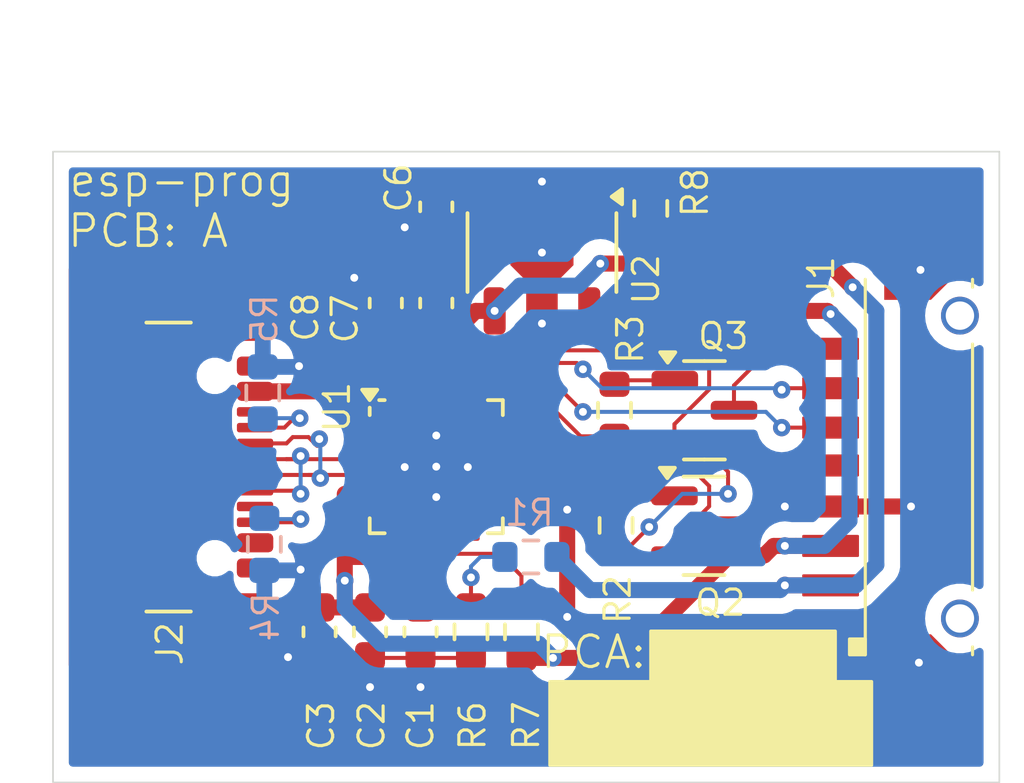
<source format=kicad_pcb>
(kicad_pcb (version 20240108) (generator "pcbnew") (generator_version "8.0")
  (title_block (title "ESP32-C6-DevKitC-1 Servo Hat"))
  (layers (0 "F.Cu" signal) (31 "B.Cu" signal) (34 "B.Paste" user) (35 "F.Paste" user) (36 "B.SilkS" user "B.Silkscreen") (37 "F.SilkS" user "F.Silkscreen") (38 "B.Mask" user) (39 "F.Mask" user) (44 "Edge.Cuts" user))
  (net 0 "")
  (net 1 "GND")
  (net 5 "Net-(Q2-B)")
  (net 6 "/ESP_EN")
  (net 7 "/RTS")
  (net 8 "Net-(Q3-B)")
  (net 9 "/DTR")
  (net 10 "/ESP_GPIO9")
  (net 11 "+5v0")
  (net 12 "Net-(U1-VBUS)")
  (net 13 "Net-(J2-CC2)")
  (net 14 "Net-(J2-CC1)")
  (net 15 "Net-(U1-~{RST})")
  (net 16 "+3v3")
  (net 26 "/ESP_RXD")
  (net 27 "Net-(U1-D-)")
  (net 29 "/ESP_TXD")
  (net 31 "Net-(U1-D+)")
  (net 32 "/J1_shield")
  (net 33 "Net-(U2-SSC)")
  (net 34 "Net-(U2-EN)")
  (footprint "HVAC:Hirose_DF13-7P-1.25V" (layer "F.Cu") (at 47.45 30 90)
    (property "Reference" "J1" (at 6 -3.1 90) (layer "F.SilkS") (effects (font (size 0.8 0.8) (thickness 0.1))))
    (property "Value" "~")
    (fp_line (start -5.95 -1.7) (end 5.95 -1.7) (stroke (width 0.1)) (layer "F.SilkS"))
    (fp_line (start 5.7 1.7) (end 5.95 1.7) (stroke (width 0.1)) (layer "F.SilkS"))
    (fp_line (start -3.9 1.7) (end 3.9 1.7) (stroke (width 0.1)) (layer "F.SilkS"))
    (fp_line (start -5.95 1.7) (end -5.7 1.7) (stroke (width 0.1)) (layer "F.SilkS"))
    (fp_rect (start -5.95 -2.2) (end -5.45 -1.7) (stroke (width 0.1)) (fill solid) (layer "F.SilkS"))
    (pad "" thru_hole circle (at -4.8 1.3 90) (size 1.2 1.2) (drill 0.9) (layers "*.Cu" "*.Mask"))
    (pad "" thru_hole circle (at 4.8 1.3 90) (size 1.2 1.2) (drill 0.9) (layers "*.Cu" "*.Mask"))
    (pad "1" smd roundrect (at -3.75 -2.8 90) (size 0.7 1.8) (layers "F.Cu" "F.Paste" "F.Mask") (roundrect_rratio 0.05) (net 11 "+5v0"))
    (pad "2" smd roundrect (at -2.5 -2.8 90) (size 0.7 1.8) (layers "F.Cu" "F.Paste" "F.Mask") (roundrect_rratio 0.05) (net 16 "+3v3"))
    (pad "3" smd roundrect (at -1.25 -2.8 90) (size 0.7 1.8) (layers "F.Cu" "F.Paste" "F.Mask") (roundrect_rratio 0.05) (net 1 "GND"))
    (pad "4" smd roundrect (at 0.05 -2.8 90) (size 0.7 1.8) (layers "F.Cu" "F.Paste" "F.Mask") (roundrect_rratio 0.05) (net 6 "/ESP_EN"))
    (pad "5" smd roundrect (at 1.25 -2.8 90) (size 0.7 1.8) (layers "F.Cu" "F.Paste" "F.Mask") (roundrect_rratio 0.05) (net 29 "/ESP_TXD"))
    (pad "6" smd roundrect (at 2.5 -2.8 90) (size 0.7 1.8) (layers "F.Cu" "F.Paste" "F.Mask") (roundrect_rratio 0.05) (net 26 "/ESP_RXD"))
    (pad "7" smd roundrect (at 3.75 -2.8 90) (size 0.7 1.8) (layers "F.Cu" "F.Paste" "F.Mask") (roundrect_rratio 0.05) (net 10 "/ESP_GPIO9"))
    (pad "M" smd roundrect (at -6.2 0 90) (size 1.8 2.2) (layers "F.Cu" "F.Paste" "F.Mask") (roundrect_rratio 0) (chamfer_ratio 0.4) (chamfer bottom_right) (net 1 "GND"))
    (pad "M" smd roundrect (at 6.2 0 90) (size 1.8 2.2) (layers "F.Cu" "F.Paste" "F.Mask") (roundrect_rratio 0) (chamfer_ratio 0.4) (chamfer bottom_left) (net 1 "GND"))
  )
  (footprint "Package_DFN_QFN:QFN-24-1EP_4x4mm_P0.5mm_EP2.6x2.6mm" (layer "F.Cu") (at 32.15 29.9875)
    (property "Reference" "U1" (at -3.15 -1.8875 -90) (layer "F.SilkS") (effects (font (size 0.8 0.8) (thickness 0.1))))
    (property "Value" "CP2102N-Axx-xQFN24")
    (fp_line (start -2.11 -1.635) (end -2.11 -1.87) (stroke (width 0.12)) (layer "F.SilkS"))
    (fp_line (start -2.11 2.11) (end -2.11 1.635) (stroke (width 0.12)) (layer "F.SilkS"))
    (fp_line (start -1.635 -2.11) (end -1.81 -2.11) (stroke (width 0.12)) (layer "F.SilkS"))
    (fp_line (start -1.635 2.11) (end -2.11 2.11) (stroke (width 0.12)) (layer "F.SilkS"))
    (fp_line (start 1.635 -2.11) (end 2.11 -2.11) (stroke (width 0.12)) (layer "F.SilkS"))
    (fp_line (start 1.635 2.11) (end 2.11 2.11) (stroke (width 0.12)) (layer "F.SilkS"))
    (fp_line (start 2.11 -2.11) (end 2.11 -1.635) (stroke (width 0.12)) (layer "F.SilkS"))
    (fp_line (start 2.11 2.11) (end 2.11 1.635) (stroke (width 0.12)) (layer "F.SilkS"))
    (fp_poly (pts (xy -2.11 -2.11) (xy -2.35 -2.44) (xy -1.87 -2.44) (xy -2.11 -2.11)) (stroke (width 0.12)) (fill solid) (layer "F.SilkS"))
    (pad "1" smd roundrect (at -1.9375 -1.25) (size 0.825 0.25) (layers "F.Cu" "F.Paste" "F.Mask"))
    (pad "2" smd roundrect (at -1.9375 -0.75) (size 0.825 0.25) (layers "F.Cu" "F.Paste" "F.Mask") (net 1 "GND"))
    (pad "3" smd roundrect (at -1.9375 -0.25) (size 0.825 0.25) (layers "F.Cu" "F.Paste" "F.Mask") (net 31 "Net-(U1-D+)"))
    (pad "4" smd roundrect (at -1.9375 0.25) (size 0.825 0.25) (layers "F.Cu" "F.Paste" "F.Mask") (net 27 "Net-(U1-D-)"))
    (pad "5" smd roundrect (at -1.9375 0.75) (size 0.825 0.25) (layers "F.Cu" "F.Paste" "F.Mask") (net 16 "+3v3"))
    (pad "6" smd roundrect (at -1.9375 1.25) (size 0.825 0.25) (layers "F.Cu" "F.Paste" "F.Mask") (net 16 "+3v3"))
    (pad "7" smd roundrect (at -1.25 1.9375) (size 0.25 0.825) (layers "F.Cu" "F.Paste" "F.Mask") (net 16 "+3v3"))
    (pad "8" smd roundrect (at -0.75 1.9375) (size 0.25 0.825) (layers "F.Cu" "F.Paste" "F.Mask") (net 12 "Net-(U1-VBUS)"))
    (pad "9" smd roundrect (at -0.25 1.9375) (size 0.25 0.825) (layers "F.Cu" "F.Paste" "F.Mask") (net 15 "Net-(U1-~{RST})"))
    (pad "10" smd roundrect (at 0.25 1.9375) (size 0.25 0.825) (layers "F.Cu" "F.Paste" "F.Mask"))
    (pad "11" smd roundrect (at 0.75 1.9375) (size 0.25 0.825) (layers "F.Cu" "F.Paste" "F.Mask"))
    (pad "12" smd roundrect (at 1.25 1.9375) (size 0.25 0.825) (layers "F.Cu" "F.Paste" "F.Mask"))
    (pad "13" smd roundrect (at 1.9375 1.25) (size 0.825 0.25) (layers "F.Cu" "F.Paste" "F.Mask"))
    (pad "14" smd roundrect (at 1.9375 0.75) (size 0.825 0.25) (layers "F.Cu" "F.Paste" "F.Mask"))
    (pad "15" smd roundrect (at 1.9375 0.25) (size 0.825 0.25) (layers "F.Cu" "F.Paste" "F.Mask"))
    (pad "16" smd roundrect (at 1.9375 -0.25) (size 0.825 0.25) (layers "F.Cu" "F.Paste" "F.Mask"))
    (pad "17" smd roundrect (at 1.9375 -0.75) (size 0.825 0.25) (layers "F.Cu" "F.Paste" "F.Mask"))
    (pad "18" smd roundrect (at 1.9375 -1.25) (size 0.825 0.25) (layers "F.Cu" "F.Paste" "F.Mask"))
    (pad "19" smd roundrect (at 1.25 -1.9375) (size 0.25 0.825) (layers "F.Cu" "F.Paste" "F.Mask") (net 7 "/RTS"))
    (pad "20" smd roundrect (at 0.75 -1.9375) (size 0.25 0.825) (layers "F.Cu" "F.Paste" "F.Mask") (net 29 "/ESP_TXD"))
    (pad "21" smd roundrect (at 0.25 -1.9375) (size 0.25 0.825) (layers "F.Cu" "F.Paste" "F.Mask") (net 26 "/ESP_RXD"))
    (pad "22" smd roundrect (at -0.25 -1.9375) (size 0.25 0.825) (layers "F.Cu" "F.Paste" "F.Mask"))
    (pad "23" smd roundrect (at -0.75 -1.9375) (size 0.25 0.825) (layers "F.Cu" "F.Paste" "F.Mask") (net 9 "/DTR"))
    (pad "24" smd roundrect (at -1.25 -1.9375) (size 0.25 0.825) (layers "F.Cu" "F.Paste" "F.Mask"))
    (pad "25" smd rect (at 0 0) (size 2.6 2.6) (property pad_prop_heatsink) (layers "F.Cu" "F.Mask") (net 1 "GND"))
  )
  (footprint "Capacitor_SMD:C_0603_1608Metric" (layer "F.Cu") (at 28.45 35.225 -90)
    (property "Reference" "C3" (at 2.975 -0.05 90) (layer "F.SilkS") (effects (font (size 0.8 0.8) (thickness 0.1))))
    (property "Value" "0.1u	")
    (fp_line (start -0.14058 0.51) (end 0.14058 0.51) (stroke (width 0.12)) (layer "F.SilkS"))
    (fp_line (start -0.14058 -0.51) (end 0.14058 -0.51) (stroke (width 0.12)) (layer "F.SilkS"))
    (pad "1" smd roundrect (at -0.775 0 270) (size 0.9 0.95) (layers "F.Cu" "F.Paste" "F.Mask") (net 16 "+3v3"))
    (pad "2" smd roundrect (at 0.775 0 270) (size 0.9 0.95) (layers "F.Cu" "F.Paste" "F.Mask") (net 1 "GND"))
  )
  (footprint "Capacitor_SMD:C_0603_1608Metric" (layer "F.Cu") (at 32.15 21.75 -90)
    (property "Reference" "C6" (at -0.6 1.2 90) (layer "F.SilkS") (effects (font (size 0.8 0.8) (thickness 0.1))))
    (property "Value" "DNP")
    (fp_line (start -0.14058 0.51) (end 0.14058 0.51) (stroke (width 0.12)) (layer "F.SilkS"))
    (fp_line (start -0.14058 -0.51) (end 0.14058 -0.51) (stroke (width 0.12)) (layer "F.SilkS"))
    (pad "1" smd roundrect (at -0.775 0 270) (size 0.9 0.95) (layers "F.Cu" "F.Paste" "F.Mask") (net 33 "Net-(U2-SSC)"))
    (pad "2" smd roundrect (at 0.775 0 270) (size 0.9 0.95) (layers "F.Cu" "F.Paste" "F.Mask") (net 1 "GND"))
  )
  (footprint "Resistor_SMD:R_0603_1608Metric" (layer "F.Cu") (at 34.85 35.225 90)
    (property "Reference" "R7" (at -2.975 0.15 90) (layer "F.SilkS") (effects (font (size 0.8 0.8) (thickness 0.1))))
    (property "Value" "1K0")
    (fp_line (start -0.237258 -0.5225) (end 0.237258 -0.5225) (stroke (width 0.12)) (layer "F.SilkS"))
    (fp_line (start -0.237258 0.5225) (end 0.237258 0.5225) (stroke (width 0.12)) (layer "F.SilkS"))
    (pad "1" smd roundrect (at -0.825 0 90) (size 0.8 0.95) (layers "F.Cu" "F.Paste" "F.Mask") (net 16 "+3v3"))
    (pad "2" smd roundrect (at 0.825 0 90) (size 0.8 0.95) (layers "F.Cu" "F.Paste" "F.Mask") (net 15 "Net-(U1-~{RST})"))
  )
  (footprint "Capacitor_SMD:C_0603_1608Metric" (layer "F.Cu") (at 30.55 24.8 90)
    (property "Reference" "C8" (at -0.45 -2.55 90) (layer "F.SilkS") (effects (font (size 0.8 0.8) (thickness 0.1))))
    (property "Value" "DNP")
    (fp_line (start -0.14058 -0.51) (end 0.14058 -0.51) (stroke (width 0.12)) (layer "F.SilkS"))
    (fp_line (start -0.14058 0.51) (end 0.14058 0.51) (stroke (width 0.12)) (layer "F.SilkS"))
    (pad "1" smd roundrect (at -0.775 0 90) (size 0.9 0.95) (layers "F.Cu" "F.Paste" "F.Mask") (net 11 "+5v0"))
    (pad "2" smd roundrect (at 0.775 0 90) (size 0.9 0.95) (layers "F.Cu" "F.Paste" "F.Mask") (net 1 "GND"))
  )
  (footprint "Package_TO_SOT_SMD:SOT-23" (layer "F.Cu") (at 40.65 28.2)
    (property "Reference" "Q3" (at 0.6 -2.35 0) (layer "F.SilkS") (effects (font (size 0.8 0.8) (thickness 0.1))))
    (property "Value" "BC846")
    (fp_line (start 0 -1.56) (end -0.65 -1.56) (stroke (width 0.12)) (layer "F.SilkS"))
    (fp_line (start 0 -1.56) (end 0.65 -1.56) (stroke (width 0.12)) (layer "F.SilkS"))
    (fp_line (start 0 1.56) (end -0.65 1.56) (stroke (width 0.12)) (layer "F.SilkS"))
    (fp_line (start 0 1.56) (end 0.65 1.56) (stroke (width 0.12)) (layer "F.SilkS"))
    (fp_poly (pts (xy -1.1625 -1.51) (xy -1.4025 -1.84) (xy -0.9225 -1.84) (xy -1.1625 -1.51)) (stroke (width 0.12)) (fill solid) (layer "F.SilkS"))
    (pad "1" smd roundrect (at -0.9375 -0.95) (size 1.475 0.6) (layers "F.Cu" "F.Paste" "F.Mask") (net 8 "Net-(Q3-B)"))
    (pad "2" smd roundrect (at -0.9375 0.95) (size 1.475 0.6) (layers "F.Cu" "F.Paste" "F.Mask") (net 9 "/DTR"))
    (pad "3" smd roundrect (at 0.9375 0) (size 1.475 0.6) (layers "F.Cu" "F.Paste" "F.Mask") (net 10 "/ESP_GPIO9"))
  )
  (footprint "Resistor_SMD:R_0603_1608Metric" (layer "F.Cu") (at 37.8 28.2 -90)
    (property "Reference" "R3" (at -2.25 -0.5 90) (layer "F.SilkS") (effects (font (size 0.8 0.8) (thickness 0.1))))
    (property "Value" "10K")
    (fp_line (start -0.237258 0.5225) (end 0.237258 0.5225) (stroke (width 0.12)) (layer "F.SilkS"))
    (fp_line (start -0.237258 -0.5225) (end 0.237258 -0.5225) (stroke (width 0.12)) (layer "F.SilkS"))
    (pad "1" smd roundrect (at -0.825 0 270) (size 0.8 0.95) (layers "F.Cu" "F.Paste" "F.Mask") (net 8 "Net-(Q3-B)"))
    (pad "2" smd roundrect (at 0.825 0 270) (size 0.8 0.95) (layers "F.Cu" "F.Paste" "F.Mask") (net 7 "/RTS"))
  )
  (footprint "Resistor_SMD:R_0603_1608Metric" (layer "F.Cu") (at 37.85 31.85 -90)
    (property "Reference" "R2" (at 2.35 -0.05 90) (layer "F.SilkS") (effects (font (size 0.8 0.8) (thickness 0.1))))
    (property "Value" "10K")
    (fp_line (start -0.237258 0.5225) (end 0.237258 0.5225) (stroke (width 0.12)) (layer "F.SilkS"))
    (fp_line (start -0.237258 -0.5225) (end 0.237258 -0.5225) (stroke (width 0.12)) (layer "F.SilkS"))
    (pad "1" smd roundrect (at -0.825 0 270) (size 0.8 0.95) (layers "F.Cu" "F.Paste" "F.Mask") (net 5 "Net-(Q2-B)"))
    (pad "2" smd roundrect (at 0.825 0 270) (size 0.8 0.95) (layers "F.Cu" "F.Paste" "F.Mask") (net 9 "/DTR"))
  )
  (footprint "HVAC:SOT-89-5" (layer "F.Cu") (at 35.5 23.2 -90)
    (property "Reference" "U2" (at 0.85 -3.3 90) (layer "F.SilkS") (effects (font (size 0.8 0.8) (thickness 0.1))))
    (property "Value" "S-13A1C33-U5T1U3")
    (fp_line (start 1.25 2.36) (end -1.25 2.36) (stroke (width 0.12)) (layer "F.SilkS"))
    (fp_line (start -1.25 -2.36) (end 1.25 -2.36) (stroke (width 0.12)) (layer "F.SilkS"))
    (fp_poly (pts (xy -1.77 -2.21) (xy -2.01 -2.54) (xy -1.53 -2.54) (xy -1.77 -2.21)) (stroke (width 0.12)) (fill solid) (layer "F.SilkS"))
    (pad "1" smd roundrect (at -1.85 -1.5 270) (size 1.5 0.7) (layers "F.Cu" "F.Paste" "F.Mask") (net 34 "Net-(U2-EN)"))
    (pad "2" smd custom (at 0 0 270) (size 0.8 2) (layers "F.Cu" "F.Paste" "F.Mask") (net 1 "GND") (options (clearance outline) (anchor rect)) (primitives (gr_poly (pts (xy 0.9 -0.5) (xy 2.6 -0.5) (xy 2.6 0.5) (xy 0.9 0.5) (xy 0.4 1) (xy -0.4 1) (xy -0.9 0.5) (xy -2.6 0.5) (xy -2.6 -0.5) (xy -0.9 -0.5) (xy -0.4 -1) (xy 0.4 -1)) (width 0) (fill yes))))
    (pad "3" smd roundrect (at -1.85 1.5 270) (size 1.5 0.7) (layers "F.Cu" "F.Paste" "F.Mask") (net 33 "Net-(U2-SSC)"))
    (pad "4" smd roundrect (at 1.85 1.5 270) (size 1.5 0.7) (layers "F.Cu" "F.Paste" "F.Mask") (net 11 "+5v0"))
    (pad "5" smd roundrect (at 1.85 -1.5 270) (size 1.5 0.7) (layers "F.Cu" "F.Paste" "F.Mask") (net 16 "+3v3"))
  )
  (footprint "Capacitor_SMD:C_0603_1608Metric" (layer "F.Cu") (at 32.15 24.8 90)
    (property "Reference" "C7" (at -0.5 -2.9 90) (layer "F.SilkS") (effects (font (size 0.8 0.8) (thickness 0.1))))
    (property "Value" "10u")
    (fp_line (start -0.14058 -0.51) (end 0.14058 -0.51) (stroke (width 0.12)) (layer "F.SilkS"))
    (fp_line (start -0.14058 0.51) (end 0.14058 0.51) (stroke (width 0.12)) (layer "F.SilkS"))
    (pad "1" smd roundrect (at -0.775 0 90) (size 0.9 0.95) (layers "F.Cu" "F.Paste" "F.Mask") (net 11 "+5v0"))
    (pad "2" smd roundrect (at 0.775 0 90) (size 0.9 0.95) (layers "F.Cu" "F.Paste" "F.Mask") (net 1 "GND"))
  )
  (footprint "Capacitor_SMD:C_0603_1608Metric" (layer "F.Cu") (at 30.05 35.225 -90)
    (property "Reference" "C2" (at 2.975 -0.05 -90) (layer "F.SilkS") (effects (font (size 0.8 0.8) (thickness 0.1))))
    (property "Value" "10u")
    (fp_line (start -0.14058 0.51) (end 0.14058 0.51) (stroke (width 0.12)) (layer "F.SilkS"))
    (fp_line (start -0.14058 -0.51) (end 0.14058 -0.51) (stroke (width 0.12)) (layer "F.SilkS"))
    (pad "1" smd roundrect (at -0.775 0 270) (size 0.9 0.95) (layers "F.Cu" "F.Paste" "F.Mask") (net 16 "+3v3"))
    (pad "2" smd roundrect (at 0.775 0 270) (size 0.9 0.95) (layers "F.Cu" "F.Paste" "F.Mask") (net 1 "GND"))
  )
  (footprint "Resistor_SMD:R_0603_1608Metric" (layer "F.Cu") (at 33.25 35.225 -90)
    (property "Reference" "R6" (at 2.975 -0.05 -90) (layer "F.SilkS") (effects (font (size 0.8 0.8) (thickness 0.1))))
    (property "Value" "47K5")
    (fp_line (start -0.237258 0.5225) (end 0.237258 0.5225) (stroke (width 0.12)) (layer "F.SilkS"))
    (fp_line (start -0.237258 -0.5225) (end 0.237258 -0.5225) (stroke (width 0.12)) (layer "F.SilkS"))
    (pad "1" smd roundrect (at -0.825 0 270) (size 0.8 0.95) (layers "F.Cu" "F.Paste" "F.Mask") (net 12 "Net-(U1-VBUS)"))
    (pad "2" smd roundrect (at 0.825 0 270) (size 0.8 0.95) (layers "F.Cu" "F.Paste" "F.Mask") (net 1 "GND"))
  )
  (footprint "Package_TO_SOT_SMD:SOT-23" (layer "F.Cu") (at 40.6375 31.8625)
    (property "Reference" "Q2" (at 0.5125 2.4375 0) (layer "F.SilkS") (effects (font (size 0.8 0.8) (thickness 0.1))))
    (property "Value" "BC846")
    (fp_line (start 0 -1.56) (end -0.65 -1.56) (stroke (width 0.12)) (layer "F.SilkS"))
    (fp_line (start 0 -1.56) (end 0.65 -1.56) (stroke (width 0.12)) (layer "F.SilkS"))
    (fp_line (start 0 1.56) (end -0.65 1.56) (stroke (width 0.12)) (layer "F.SilkS"))
    (fp_line (start 0 1.56) (end 0.65 1.56) (stroke (width 0.12)) (layer "F.SilkS"))
    (fp_poly (pts (xy -1.1625 -1.51) (xy -1.4025 -1.84) (xy -0.9225 -1.84) (xy -1.1625 -1.51)) (stroke (width 0.12)) (fill solid) (layer "F.SilkS"))
    (pad "1" smd roundrect (at -0.9375 -0.95) (size 1.475 0.6) (layers "F.Cu" "F.Paste" "F.Mask") (net 5 "Net-(Q2-B)"))
    (pad "2" smd roundrect (at -0.9375 0.95) (size 1.475 0.6) (layers "F.Cu" "F.Paste" "F.Mask") (net 7 "/RTS"))
    (pad "3" smd roundrect (at 0.9375 0) (size 1.475 0.6) (layers "F.Cu" "F.Paste" "F.Mask") (net 6 "/ESP_EN"))
  )
  (footprint "HVAC:USB4110-GF-A" (layer "F.Cu") (at 22.525 30 -90)
    (property "Reference" "J2" (at 5.6 -1.175 90) (layer "F.SilkS") (effects (font (size 0.8 0.8) (thickness 0.1))))
    (property "Value" "USB4110-GF-A")
    (fp_line (start -4.58 -0.435) (end -4.58 -1.845) (stroke (width 0.12)) (layer "F.SilkS"))
    (fp_line (start 4.58 -0.435) (end 4.58 -1.845) (stroke (width 0.12)) (layer "F.SilkS"))
    (pad "" np_thru_hole circle (at -2.89 -2.605 270) (size 0.65 0.65) (drill 0.65) (layers "F&B.Cu" "*.Mask"))
    (pad "" np_thru_hole circle (at 2.89 -2.605 270) (size 0.65 0.65) (drill 0.65) (layers "F&B.Cu" "*.Mask"))
    (pad "A1" smd roundrect (at -3.2 -3.88 270) (size 0.6 1.15) (layers "F.Cu" "F.Paste" "F.Mask") (net 1 "GND"))
    (pad "A4" smd roundrect (at -2.4 -3.88 270) (size 0.6 1.15) (layers "F.Cu" "F.Paste" "F.Mask") (net 11 "+5v0"))
    (pad "A5" smd roundrect (at -1.25 -3.88 270) (size 0.3 1.15) (layers "F.Cu" "F.Paste" "F.Mask") (net 14 "Net-(J2-CC1)"))
    (pad "A6" smd roundrect (at -0.25 -3.88 270) (size 0.3 1.15) (layers "F.Cu" "F.Paste" "F.Mask") (net 31 "Net-(U1-D+)"))
    (pad "A7" smd roundrect (at 0.25 -3.88 270) (size 0.3 1.15) (layers "F.Cu" "F.Paste" "F.Mask") (net 27 "Net-(U1-D-)"))
    (pad "A8" smd roundrect (at 1.25 -3.88 270) (size 0.3 1.15) (layers "F.Cu" "F.Paste" "F.Mask"))
    (pad "A9" smd roundrect (at 2.4 -3.88 270) (size 0.6 1.15) (layers "F.Cu" "F.Paste" "F.Mask") (net 11 "+5v0"))
    (pad "A12" smd roundrect (at 3.2 -3.88 270) (size 0.6 1.15) (layers "F.Cu" "F.Paste" "F.Mask") (net 1 "GND"))
    (pad "B1" smd roundrect (at 3.2 -3.88 270) (size 0.6 1.15) (layers "F.Cu" "F.Paste" "F.Mask") (net 1 "GND"))
    (pad "B4" smd roundrect (at 2.4 -3.88 270) (size 0.6 1.15) (layers "F.Cu" "F.Paste" "F.Mask") (net 11 "+5v0"))
    (pad "B5" smd roundrect (at 1.75 -3.88 270) (size 0.3 1.15) (layers "F.Cu" "F.Paste" "F.Mask") (net 13 "Net-(J2-CC2)"))
    (pad "B6" smd roundrect (at 0.75 -3.88 270) (size 0.3 1.15) (layers "F.Cu" "F.Paste" "F.Mask") (net 31 "Net-(U1-D+)"))
    (pad "B7" smd roundrect (at -0.75 -3.88 270) (size 0.3 1.15) (layers "F.Cu" "F.Paste" "F.Mask") (net 27 "Net-(U1-D-)"))
    (pad "B8" smd roundrect (at -1.75 -3.88 270) (size 0.3 1.15) (layers "F.Cu" "F.Paste" "F.Mask"))
    (pad "B9" smd roundrect (at -2.4 -3.88 270) (size 0.6 1.15) (layers "F.Cu" "F.Paste" "F.Mask") (net 11 "+5v0"))
    (pad "B12" smd roundrect (at -3.2 -3.88 270) (size 0.6 1.15) (layers "F.Cu" "F.Paste" "F.Mask") (net 1 "GND"))
    (pad "S1" smd roundrect (at -5.11 -3.105 270) (size 2.18 2) (layers "F.Cu" "F.Paste" "F.Mask") (roundrect_rratio 0.125) (net 32 "/J1_shield"))
    (pad "S1" smd roundrect (at -5.11 0.825 270) (size 2.18 2) (layers "F.Cu" "F.Paste" "F.Mask") (roundrect_rratio 0.125) (net 32 "/J1_shield"))
    (pad "S1" smd roundrect (at 5.11 -3.105 270) (size 2.18 2) (layers "F.Cu" "F.Paste" "F.Mask") (roundrect_rratio 0.125) (net 32 "/J1_shield"))
    (pad "S1" smd roundrect (at 5.11 0.825 270) (size 2.18 2) (layers "F.Cu" "F.Paste" "F.Mask") (roundrect_rratio 0.125) (net 32 "/J1_shield"))
  )
  (footprint "Resistor_SMD:R_0603_1608Metric" (layer "F.Cu") (at 38.95 21.8 90)
    (property "Reference" "R8" (at 0.5 1.4 90) (layer "F.SilkS") (effects (font (size 0.8 0.8) (thickness 0.1))))
    (property "Value" "10K")
    (fp_line (start -0.237258 -0.5225) (end 0.237258 -0.5225) (stroke (width 0.12)) (layer "F.SilkS"))
    (fp_line (start -0.237258 0.5225) (end 0.237258 0.5225) (stroke (width 0.12)) (layer "F.SilkS"))
    (pad "1" smd roundrect (at -0.825 0 90) (size 0.8 0.95) (layers "F.Cu" "F.Paste" "F.Mask") (net 11 "+5v0"))
    (pad "2" smd roundrect (at 0.825 0 90) (size 0.8 0.95) (layers "F.Cu" "F.Paste" "F.Mask") (net 34 "Net-(U2-EN)"))
  )
  (footprint "Capacitor_SMD:C_0603_1608Metric" (layer "F.Cu") (at 31.65 35.225 -90)
    (property "Reference" "C1" (at 2.975 0 90) (layer "F.SilkS") (effects (font (size 0.8 0.8) (thickness 0.1))))
    (property "Value" "10u")
    (fp_line (start -0.14058 0.51) (end 0.14058 0.51) (stroke (width 0.12)) (layer "F.SilkS"))
    (fp_line (start -0.14058 -0.51) (end 0.14058 -0.51) (stroke (width 0.12)) (layer "F.SilkS"))
    (pad "1" smd roundrect (at -0.775 0 270) (size 0.9 0.95) (layers "F.Cu" "F.Paste" "F.Mask") (net 12 "Net-(U1-VBUS)"))
    (pad "2" smd roundrect (at 0.775 0 270) (size 0.9 0.95) (layers "F.Cu" "F.Paste" "F.Mask") (net 1 "GND"))
  )
  (footprint "Resistor_SMD:R_0603_1608Metric" (layer "B.Cu") (at 26.65 27.65 90)
    (property "Reference" "R5" (at 2.35 0.05 90) (layer "B.SilkS") (effects (font (size 0.8 0.8) (thickness 0.1)) (justify mirror)))
    (property "Value" "5K1")
    (fp_line (start 0.237258 -0.5225) (end -0.237258 -0.5225) (stroke (width 0.12)) (layer "B.SilkS"))
    (fp_line (start 0.237258 0.5225) (end -0.237258 0.5225) (stroke (width 0.12)) (layer "B.SilkS"))
    (pad "1" smd roundrect (at -0.825 0 90) (size 0.8 0.95) (layers "B.Cu" "B.Paste" "B.Mask") (net 14 "Net-(J2-CC1)"))
    (pad "2" smd roundrect (at 0.825 0 90) (size 0.8 0.95) (layers "B.Cu" "B.Paste" "B.Mask") (net 1 "GND"))
  )
  (footprint "Resistor_SMD:R_0603_1608Metric" (layer "B.Cu") (at 35.15 32.85 180)
    (property "Reference" "R1" (at 0.05 1.4 0) (layer "B.SilkS") (effects (font (size 0.8 0.8) (thickness 0.1)) (justify mirror)))
    (property "Value" "22K1")
    (fp_line (start 0.237258 0.5225) (end -0.237258 0.5225) (stroke (width 0.12)) (layer "B.SilkS"))
    (fp_line (start 0.237258 -0.5225) (end -0.237258 -0.5225) (stroke (width 0.12)) (layer "B.SilkS"))
    (pad "1" smd roundrect (at -0.825 0 180) (size 0.8 0.95) (layers "B.Cu" "B.Paste" "B.Mask") (net 11 "+5v0"))
    (pad "2" smd roundrect (at 0.825 0 180) (size 0.8 0.95) (layers "B.Cu" "B.Paste" "B.Mask") (net 12 "Net-(U1-VBUS)"))
  )
  (footprint "Resistor_SMD:R_0603_1608Metric" (layer "B.Cu") (at 26.7 32.45 -90)
    (property "Reference" "R4" (at 2.3 -0.05 90) (layer "B.SilkS") (effects (font (size 0.8 0.8) (thickness 0.1)) (justify mirror)))
    (property "Value" "5K1")
    (fp_line (start 0.237258 0.5225) (end -0.237258 0.5225) (stroke (width 0.12)) (layer "B.SilkS"))
    (fp_line (start 0.237258 -0.5225) (end -0.237258 -0.5225) (stroke (width 0.12)) (layer "B.SilkS"))
    (pad "1" smd roundrect (at -0.825 0 270) (size 0.8 0.95) (layers "B.Cu" "B.Paste" "B.Mask") (net 13 "Net-(J2-CC2)"))
    (pad "2" smd roundrect (at 0.825 0 270) (size 0.8 0.95) (layers "B.Cu" "B.Paste" "B.Mask") (net 1 "GND"))
  )
  (gr_rect (start 35.75 36.8) (end 45.95 39.45) (stroke (width 0.1)) (fill solid) (layer "F.SilkS"))
  (gr_rect (start 38.95 35.2) (end 44.8 36.8) (stroke (width 0.1)) (fill solid) (layer "F.SilkS"))
  (gr_rect (start 20 20) (end 50 40) (stroke (width 0.05)) (fill none) (layer "Edge.Cuts"))
  (gr_text "PCB: A" (at 20.4 23.1 0) (layer "F.SilkS") (effects (font (size 1 1) (thickness 0.1)) (justify left bottom)))
  (gr_text "PCA:" (at 35.4 36.45 0) (layer "F.SilkS") (effects (font (size 1 1) (thickness 0.1)) (justify left bottom)))
  (gr_text "esp-prog" (at 20.45 21.5 0) (layer "F.SilkS") (effects (font (size 1 1) (thickness 0.1)) (justify left bottom)))
  (segment (start 32.15 22.425) (end 31.175 22.425) (width 0.508) (layer "F.Cu") (net 1))
  (segment (start 31.65 36) (end 31.65 36.975) (width 0.127) (layer "F.Cu") (net 1))
  (segment (start 36.3 34.75) (end 36.3 31.35) (width 0.508) (layer "F.Cu") (net 1))
  (segment (start 30.55 23.975) (end 33.125 23.975) (width 0.508) (layer "F.Cu") (net 1))
  (segment (start 30.2125 29.2375) (end 31.4 29.2375) (width 0.127) (layer "F.Cu") (net 1))
  (segment (start 30.55 23.975) (end 29.575 23.975) (width 0.508) (layer "F.Cu") (net 1))
  (segment (start 26.6525 26.8) (end 27.8 26.8) (width 0.127) (layer "F.Cu") (net 1))
  (segment (start 28.5 36.05) (end 28.45 36) (width 0.127) (layer "F.Cu") (net 1))
  (segment (start 33.125 23.975) (end 33.9 23.2) (width 0.508) (layer "F.Cu") (net 1))
  (segment (start 33.125 22.425) (end 33.9 23.2) (width 0.508) (layer "F.Cu") (net 1))
  (segment (start 31.175 22.425) (end 31.15 22.4) (width 0.127) (layer "F.Cu") (net 1))
  (segment (start 28.45 36) (end 27.475 36) (width 0.127) (layer "F.Cu") (net 1))
  (segment (start 44.65 31.25) (end 43.2 31.25) (width 0.508) (layer "F.Cu") (net 1))
  (segment (start 27.799991 33.2) (end 27.85 33.250009) (width 0.127) (layer "F.Cu") (net 1))
  (segment (start 44.65 31.25) (end 47.2 31.25) (width 0.508) (layer "F.Cu") (net 1))
  (segment (start 26.6525 33.2) (end 27.799991 33.2) (width 0.127) (layer "F.Cu") (net 1))
  (segment (start 33.9 23.2) (end 35.5 23.2) (width 0.508) (layer "F.Cu") (net 1))
  (segment (start 30.05 36) (end 30.05 36.975) (width 0.127) (layer "F.Cu") (net 1))
  (segment (start 33.25 36.05) (end 28.5 36.05) (width 0.127) (layer "F.Cu") (net 1))
  (segment (start 29.575 23.975) (end 29.55 24) (width 0.127) (layer "F.Cu") (net 1))
  (segment (start 32.15 22.425) (end 33.125 22.425) (width 0.508) (layer "F.Cu") (net 1))
  (segment (start 27.475 36) (end 27.45 36.025) (width 0.127) (layer "F.Cu") (net 1))
  (segment (start 31.4 29.2375) (end 32.15 29.9875) (width 0.127) (layer "F.Cu") (net 1))
  (via (at 27.8 26.8) (size 0.55) (drill 0.25) (layers "F.Cu" "B.Cu") (net 1))
  (via (at 31.15 22.4) (size 0.55) (drill 0.25) (layers "F.Cu" "B.Cu") (net 1))
  (via (at 32.15 30.95) (size 0.55) (drill 0.25) (layers "F.Cu" "B.Cu") (net 1))
  (via (at 30.05 36.975) (size 0.55) (drill 0.25) (layers "F.Cu" "B.Cu") (net 1))
  (via (at 35.5 23.2) (size 0.55) (drill 0.25) (layers "F.Cu" "B.Cu") (net 1))
  (via (at 32.15 29) (size 0.55) (drill 0.25) (layers "F.Cu" "B.Cu") (net 1))
  (via (at 27.85 33.250009) (size 0.55) (drill 0.25) (layers "F.Cu" "B.Cu") (net 1))
  (via (at 43.2 31.25) (size 0.55) (drill 0.25) (layers "F.Cu" "B.Cu") (net 1))
  (via (at 35.5 25.45) (size 0.55) (drill 0.25) (layers "F.Cu" "B.Cu") (net 1))
  (via (at 36.3 34.75) (size 0.55) (drill 0.25) (layers "F.Cu" "B.Cu") (net 1))
  (via (at 31.65 36.975) (size 0.55) (drill 0.25) (layers "F.Cu" "B.Cu") (net 1))
  (via (at 47.45 36.2) (size 0.55) (drill 0.25) (layers "F.Cu" "B.Cu") (net 1))
  (via (at 36.3 31.35) (size 0.55) (drill 0.25) (layers "F.Cu" "B.Cu") (net 1))
  (via (at 31.15 30) (size 0.55) (drill 0.25) (layers "F.Cu" "B.Cu") (net 1))
  (via (at 47.2 31.25) (size 0.55) (drill 0.25) (layers "F.Cu" "B.Cu") (net 1))
  (via (at 47.5 23.75) (size 0.55) (drill 0.25) (layers "F.Cu" "B.Cu") (net 1))
  (via (at 35.5 20.95) (size 0.55) (drill 0.25) (layers "F.Cu" "B.Cu") (net 1))
  (via (at 32.15 29.9875) (size 0.55) (drill 0.25) (layers "F.Cu" "B.Cu") (net 1))
  (via (at 33.15 30) (size 0.55) (drill 0.25) (layers "F.Cu" "B.Cu") (net 1))
  (via (at 27.45 36.025) (size 0.55) (drill 0.25) (layers "F.Cu" "B.Cu") (net 1))
  (via (at 29.55 24) (size 0.55) (drill 0.25) (layers "F.Cu" "B.Cu") (net 1))
  (segment (start 36.35 34.75) (end 36.3 34.75) (width 0.127) (layer "B.Cu") (net 1))
  (segment (start 39.5875 31.025) (end 39.7 30.9125) (width 0.127) (layer "F.Cu") (net 5))
  (segment (start 37.85 31.025) (end 39.5875 31.025) (width 0.127) (layer "F.Cu") (net 5))
  (segment (start 41.6375 31.8625) (end 41.575 31.8625) (width 0.127) (layer "F.Cu") (net 6))
  (segment (start 43.55 29.95) (end 41.6375 31.8625) (width 0.127) (layer "F.Cu") (net 6))
  (segment (start 44.65 29.95) (end 43.55 29.95) (width 0.127) (layer "F.Cu") (net 6))
  (segment (start 39.7 32.345276) (end 39.7 32.8125) (width 0.127) (layer "F.Cu") (net 7))
  (segment (start 40.25 30.05) (end 40.8 30.6) (width 0.127) (layer "F.Cu") (net 7))
  (segment (start 33.4 27.55) (end 33.45 27.5) (width 0.127) (layer "F.Cu") (net 7))
  (segment (start 37.8 29.025) (end 38.825 30.05) (width 0.127) (layer "F.Cu") (net 7))
  (segment (start 38.825 30.05) (end 40.25 30.05) (width 0.127) (layer "F.Cu") (net 7))
  (segment (start 36.725 29.025) (end 37.8 29.025) (width 0.127) (layer "F.Cu") (net 7))
  (segment (start 33.45 27.5) (end 35.2 27.5) (width 0.127) (layer "F.Cu") (net 7))
  (segment (start 40.8 30.6) (end 40.8 31.245276) (width 0.127) (layer "F.Cu") (net 7))
  (segment (start 40.8 31.245276) (end 39.7 32.345276) (width 0.127) (layer "F.Cu") (net 7))
  (segment (start 33.4 28.05) (end 33.4 27.55) (width 0.127) (layer "F.Cu") (net 7))
  (segment (start 35.2 27.5) (end 36.725 29.025) (width 0.127) (layer "F.Cu") (net 7))
  (segment (start 39.7125 27.25) (end 37.925 27.25) (width 0.127) (layer "F.Cu") (net 8))
  (segment (start 37.925 27.25) (end 37.8 27.375) (width 0.127) (layer "F.Cu") (net 8))
  (segment (start 31.4 28.05) (end 31.4 27.623114) (width 0.127) (layer "F.Cu") (net 9))
  (segment (start 40.4 29.15) (end 39.7125 29.15) (width 0.127) (layer "F.Cu") (net 9))
  (segment (start 41.4 30.15) (end 40.4 29.15) (width 0.127) (layer "F.Cu") (net 9))
  (segment (start 37.85 32.675) (end 38.125 32.675) (width 0.127) (layer "F.Cu") (net 9))
  (segment (start 32.723114 26.3) (end 40.2 26.3) (width 0.127) (layer "F.Cu") (net 9))
  (segment (start 39.7 28.640552) (end 39.7 29.1375) (width 0.127) (layer "F.Cu") (net 9))
  (segment (start 40.2 26.3) (end 40.8 26.9) (width 0.127) (layer "F.Cu") (net 9))
  (segment (start 41.4 30.85) (end 41.4 30.15) (width 0.127) (layer "F.Cu") (net 9))
  (segment (start 39.7 29.1375) (end 39.7125 29.15) (width 0.127) (layer "F.Cu") (net 9))
  (segment (start 31.4 27.623114) (end 32.723114 26.3) (width 0.127) (layer "F.Cu") (net 9))
  (segment (start 40.8 26.9) (end 40.8 27.540552) (width 0.127) (layer "F.Cu") (net 9))
  (segment (start 38.125 32.675) (end 38.9 31.9) (width 0.127) (layer "F.Cu") (net 9))
  (segment (start 40.8 27.540552) (end 39.7 28.640552) (width 0.127) (layer "F.Cu") (net 9))
  (via (at 38.9 31.9) (size 0.55) (drill 0.25) (layers "F.Cu" "B.Cu") (net 9))
  (via (at 41.4 30.85) (size 0.55) (drill 0.25) (layers "F.Cu" "B.Cu") (net 9))
  (segment (start 39.95 30.85) (end 38.9 31.9) (width 0.127) (layer "B.Cu") (net 9))
  (segment (start 41.4 30.85) (end 39.95 30.85) (width 0.127) (layer "B.Cu") (net 9))
  (segment (start 44.65 26.25) (end 42.75 26.25) (width 0.127) (layer "F.Cu") (net 10))
  (segment (start 42.75 26.25) (end 41.5875 27.4125) (width 0.127) (layer "F.Cu") (net 10))
  (segment (start 41.5875 27.4125) (end 41.5875 28.2) (width 0.127) (layer "F.Cu") (net 10))
  (segment (start 33.4 25.05) (end 34 25.05) (width 0.508) (layer "F.Cu") (net 11))
  (segment (start 44.6 23.55) (end 45.35 24.3) (width 0.508) (layer "F.Cu") (net 11))
  (segment (start 44.65 33.75) (end 43.2 33.75) (width 0.508) (layer "F.Cu") (net 11))
  (segment (start 25.1 28.2) (end 25.1 31.8) (width 0.508) (layer "F.Cu") (net 11))
  (segment (start 25.7 27.6) (end 25.1 28.2) (width 0.254) (layer "F.Cu") (net 11))
  (segment (start 25.1 31.8) (end 25.7 32.4) (width 0.254) (layer "F.Cu") (net 11))
  (segment (start 38.95 23.55) (end 44.6 23.55) (width 0.508) (layer "F.Cu") (net 11))
  (segment (start 38.95 22.625) (end 38.95 23.55) (width 0.127) (layer "F.Cu") (net 11))
  (segment (start 25.7 32.4) (end 26.405 32.4) (width 0.254) (layer "F.Cu") (net 11))
  (segment (start 30.55 25.525) (end 32.925 25.525) (width 0.508) (layer "F.Cu") (net 11))
  (segment (start 26.405 27.6) (end 25.7 27.6) (width 0.254) (layer "F.Cu") (net 11))
  (segment (start 28.475 27.6) (end 30.55 25.525) (width 0.508) (layer "F.Cu") (net 11))
  (segment (start 32.925 25.525) (end 33.4 25.05) (width 0.508) (layer "F.Cu") (net 11))
  (segment (start 37.35 23.55) (end 38.95 23.55) (width 0.508) (layer "F.Cu") (net 11))
  (segment (start 26.6525 27.6) (end 28.475 27.6) (width 0.508) (layer "F.Cu") (net 11))
  (via (at 45.35 24.3) (size 0.55) (drill 0.25) (layers "F.Cu" "B.Cu") (net 11))
  (via (at 43.2 33.75) (size 0.55) (drill 0.25) (layers "F.Cu" "B.Cu") (net 11))
  (via (at 37.35 23.55) (size 0.55) (drill 0.25) (layers "F.Cu" "B.Cu") (net 11))
  (via (at 34 25.05) (size 0.55) (drill 0.25) (layers "F.Cu" "B.Cu") (net 11))
  (segment (start 34.8 24.25) (end 36.65 24.25) (width 0.508) (layer "B.Cu") (net 11))
  (segment (start 46.1 25.05) (end 45.35 24.3) (width 0.508) (layer "B.Cu") (net 11))
  (segment (start 37.025 33.9) (end 43.05 33.9) (width 0.508) (layer "B.Cu") (net 11))
  (segment (start 46.1 33.1) (end 46.1 25.05) (width 0.508) (layer "B.Cu") (net 11))
  (segment (start 36.65 24.25) (end 37.35 23.55) (width 0.508) (layer "B.Cu") (net 11))
  (segment (start 34 25.05) (end 34.8 24.25) (width 0.508) (layer "B.Cu") (net 11))
  (segment (start 43.2 33.75) (end 45.45 33.75) (width 0.508) (layer "B.Cu") (net 11))
  (segment (start 45.45 33.75) (end 46.1 33.1) (width 0.508) (layer "B.Cu") (net 11))
  (segment (start 35.975 32.85) (end 37.025 33.9) (width 0.508) (layer "B.Cu") (net 11))
  (segment (start 43.05 33.9) (end 43.2 33.75) (width 0.508) (layer "B.Cu") (net 11))
  (segment (start 31.4 31.925) (end 31.4 33.25) (width 0.127) (layer "F.Cu") (net 12))
  (segment (start 33.25 34.4) (end 33.25 33.5) (width 0.127) (layer "F.Cu") (net 12))
  (segment (start 31.7 34.4) (end 31.65 34.45) (width 0.127) (layer "F.Cu") (net 12))
  (segment (start 31.4 33.25) (end 31.65 33.5) (width 0.127) (layer "F.Cu") (net 12))
  (segment (start 33.25 34.4) (end 31.7 34.4) (width 0.127) (layer "F.Cu") (net 12))
  (segment (start 31.65 33.5) (end 31.65 34.45) (width 0.127) (layer "F.Cu") (net 12))
  (via (at 33.25 33.5) (size 0.55) (drill 0.25) (layers "F.Cu" "B.Cu") (net 12))
  (segment (start 33.25 33.15) (end 33.55 32.85) (width 0.127) (layer "B.Cu") (net 12))
  (segment (start 33.55 32.85) (end 34.325 32.85) (width 0.127) (layer "B.Cu") (net 12))
  (segment (start 33.25 33.5) (end 33.25 33.15) (width 0.127) (layer "B.Cu") (net 12))
  (segment (start 26.6525 31.75) (end 27.750003 31.75) (width 0.127) (layer "F.Cu") (net 13))
  (segment (start 27.750003 31.75) (end 27.85 31.650003) (width 0.127) (layer "F.Cu") (net 13))
  (via (at 27.85 31.650003) (size 0.55) (drill 0.25) (layers "F.Cu" "B.Cu") (net 13))
  (segment (start 27.85 31.650003) (end 26.775003 31.650003) (width 0.127) (layer "B.Cu") (net 13))
  (segment (start 26.775003 31.650003) (end 26.7 31.575) (width 0.127) (layer "B.Cu") (net 13))
  (segment (start 26.6525 28.75) (end 27.335785 28.75) (width 0.127) (layer "F.Cu") (net 14))
  (segment (start 27.635785 28.45) (end 27.822891 28.45) (width 0.127) (layer "F.Cu") (net 14))
  (segment (start 27.335785 28.75) (end 27.635785 28.45) (width 0.127) (layer "F.Cu") (net 14))
  (via (at 27.822891 28.45) (size 0.55) (drill 0.25) (layers "F.Cu" "B.Cu") (net 14))
  (segment (start 27.822891 28.45) (end 26.725 28.45) (width 0.127) (layer "B.Cu") (net 14))
  (segment (start 26.725 28.45) (end 26.65 28.525) (width 0.127) (layer "B.Cu") (net 14))
  (segment (start 34.85 33.45) (end 34.15 32.75) (width 0.127) (layer "F.Cu") (net 15))
  (segment (start 32.298114 32.75) (end 31.9 32.351886) (width 0.127) (layer "F.Cu") (net 15))
  (segment (start 34.85 34.075) (end 34.85 33.45) (width 0.127) (layer "F.Cu") (net 15))
  (segment (start 34.15 32.75) (end 32.298114 32.75) (width 0.127) (layer "F.Cu") (net 15))
  (segment (start 31.9 32.351886) (end 31.9 31.925) (width 0.127) (layer "F.Cu") (net 15))
  (segment (start 29.35 32.85) (end 29.25 32.75) (width 0.508) (layer "F.Cu") (net 16))
  (segment (start 44.55 25.05) (end 37 25.05) (width 0.508) (layer "F.Cu") (net 16))
  (segment (start 34.85 36.05) (end 38.2 36.05) (width 0.508) (layer "F.Cu") (net 16))
  (segment (start 30.2125 30.7375) (end 29.3625 30.7375) (width 0.127) (layer "F.Cu") (net 16))
  (segment (start 29.25 30.85) (end 29.25 32.75) (width 0.508) (layer "F.Cu") (net 16))
  (segment (start 29.25 32.75) (end 29.25 34.4) (width 0.508) (layer "F.Cu") (net 16))
  (segment (start 43.2 32.5) (end 43.55 32.5) (width 0.508) (layer "F.Cu") (net 16))
  (segment (start 43.55 32.5) (end 44.65 32.5) (width 0.508) (layer "F.Cu") (net 16))
  (segment (start 30.9 32.85) (end 29.35 32.85) (width 0.508) (layer "F.Cu") (net 16))
  (segment (start 44.65 25.15) (end 44.55 25.05) (width 0.508) (layer "F.Cu") (net 16))
  (segment (start 29.3 34.45) (end 30.05 34.45) (width 0.508) (layer "F.Cu") (net 16))
  (segment (start 28.45 34.45) (end 29.3 34.45) (width 0.508) (layer "F.Cu") (net 16))
  (segment (start 41.45 32.8) (end 42.55 32.8) (width 0.508) (layer "F.Cu") (net 16))
  (segment (start 29.25 34.4) (end 29.3 34.45) (width 0.508) (layer "F.Cu") (net 16))
  (segment (start 42.55 32.8) (end 42.85 32.5) (width 0.508) (layer "F.Cu") (net 16))
  (segment (start 29.25 31.2375) (end 30.2125 31.2375) (width 0.127) (layer "F.Cu") (net 16))
  (segment (start 30.9 32.85) (end 30.9 31.925) (width 0.127) (layer "F.Cu") (net 16))
  (segment (start 42.85 32.5) (end 43.2 32.5) (width 0.508) (layer "F.Cu") (net 16))
  (segment (start 38.2 36.05) (end 41.45 32.8) (width 0.508) (layer "F.Cu") (net 16))
  (via (at 44.65 25.15) (size 0.55) (drill 0.25) (layers "F.Cu" "B.Cu") (net 16))
  (via (at 43.2 32.5) (size 0.55) (drill 0.25) (layers "F.Cu" "B.Cu") (net 16))
  (via (at 35.85 36.05) (size 0.55) (drill 0.25) (layers "F.Cu" "B.Cu") (net 16))
  (via (at 29.25 33.6) (size 0.55) (drill 0.25) (layers "F.Cu" "B.Cu") (net 16))
  (segment (start 30.4 35.6) (end 29.25 34.45) (width 0.508) (layer "B.Cu") (net 16))
  (segment (start 35.4 35.6) (end 30.4 35.6) (width 0.508) (layer "B.Cu") (net 16))
  (segment (start 43.2 32.5) (end 44.45 32.5) (width 0.508) (layer "B.Cu") (net 16))
  (segment (start 45.25 31.7) (end 45.25 25.75) (width 0.508) (layer "B.Cu") (net 16))
  (segment (start 45.25 25.75) (end 44.65 25.15) (width 0.508) (layer "B.Cu") (net 16))
  (segment (start 44.45 32.5) (end 45.25 31.7) (width 0.508) (layer "B.Cu") (net 16))
  (segment (start 35.85 36.05) (end 35.4 35.6) (width 0.508) (layer "B.Cu") (net 16))
  (segment (start 29.25 34.45) (end 29.25 33.6) (width 0.508) (layer "B.Cu") (net 16))
  (segment (start 36.6 26.7) (end 33 26.7) (width 0.127) (layer "F.Cu") (net 26))
  (segment (start 43.15 27.5) (end 43.1 27.55) (width 0.127) (layer "F.Cu") (net 26))
  (segment (start 36.8 26.9) (end 36.6 26.7) (width 0.127) (layer "F.Cu") (net 26))
  (segment (start 33 26.7) (end 32.4 27.3) (width 0.127) (layer "F.Cu") (net 26))
  (segment (start 44.65 27.5) (end 43.15 27.5) (width 0.127) (layer "F.Cu") (net 26))
  (segment (start 32.4 27.3) (end 32.4 28.05) (width 0.127) (layer "F.Cu") (net 26))
  (via (at 36.8 26.9) (size 0.55) (drill 0.25) (layers "F.Cu" "B.Cu") (net 26))
  (via (at 43.1 27.55) (size 0.55) (drill 0.25) (layers "F.Cu" "B.Cu") (net 26))
  (segment (start 37.4 27.5) (end 43.05 27.5) (width 0.127) (layer "B.Cu") (net 26))
  (segment (start 36.8 26.9) (end 37.4 27.5) (width 0.127) (layer "B.Cu") (net 26))
  (segment (start 43.05 27.5) (end 43.1 27.55) (width 0.127) (layer "B.Cu") (net 26))
  (segment (start 28.098529 29.05) (end 28.374265 29.325736) (width 0.127) (layer "F.Cu") (net 27))
  (segment (start 28.1 30.25) (end 30.2 30.25) (width 0.127) (layer "F.Cu") (net 27))
  (segment (start 28.374265 29.325736) (end 28.441954 29.258047) (width 0.127) (layer "F.Cu") (net 27))
  (segment (start 28.441954 29.258047) (end 28.441954 29.11186) (width 0.127) (layer "F.Cu") (net 27))
  (segment (start 27.601471 29.05) (end 28.098529 29.05) (width 0.127) (layer "F.Cu") (net 27))
  (segment (start 27.401471 29.25) (end 27.601471 29.05) (width 0.127) (layer "F.Cu") (net 27))
  (segment (start 26.6525 30.25) (end 28.1 30.25) (width 0.127) (layer "F.Cu") (net 27))
  (segment (start 28.3745 30.25) (end 28.4745 30.35) (width 0.127) (layer "F.Cu") (net 27))
  (segment (start 28.1 30.25) (end 28.3745 30.25) (width 0.127) (layer "F.Cu") (net 27))
  (segment (start 30.2 30.25) (end 30.2125 30.2375) (width 0.127) (layer "F.Cu") (net 27))
  (segment (start 26.6525 29.25) (end 27.401471 29.25) (width 0.127) (layer "F.Cu") (net 27))
  (via (at 28.441954 29.11186) (size 0.55) (drill 0.25) (layers "F.Cu" "B.Cu") (net 27))
  (via (at 28.4745 30.35) (size 0.55) (drill 0.25) (layers "F.Cu" "B.Cu") (net 27))
  (segment (start 28.4745 29.144406) (end 28.4745 30.35) (width 0.127) (layer "B.Cu") (net 27))
  (segment (start 28.441954 29.11186) (end 28.4745 29.144406) (width 0.127) (layer "B.Cu") (net 27))
  (segment (start 35.64853 27.1) (end 33.2 27.1) (width 0.127) (layer "F.Cu") (net 29))
  (segment (start 32.9 27.4) (end 32.9 28.05) (width 0.127) (layer "F.Cu") (net 29))
  (segment (start 44.65 28.75) (end 43.1 28.75) (width 0.127) (layer "F.Cu") (net 29))
  (segment (start 36.799265 28.250735) (end 35.64853 27.1) (width 0.127) (layer "F.Cu") (net 29))
  (segment (start 33.2 27.1) (end 32.9 27.4) (width 0.127) (layer "F.Cu") (net 29))
  (via (at 43.1 28.75) (size 0.55) (drill 0.25) (layers "F.Cu" "B.Cu") (net 29))
  (via (at 36.799265 28.250735) (size 0.55) (drill 0.25) (layers "F.Cu" "B.Cu") (net 29))
  (segment (start 36.8 28.25) (end 42.6 28.25) (width 0.127) (layer "B.Cu") (net 29))
  (segment (start 42.6 28.25) (end 43.1 28.75) (width 0.127) (layer "B.Cu") (net 29))
  (segment (start 36.799265 28.250735) (end 36.8 28.25) (width 0.127) (layer "B.Cu") (net 29))
  (segment (start 27.4 29.75) (end 27.75 29.75) (width 0.127) (layer "F.Cu") (net 31))
  (segment (start 26.6525 29.75) (end 27.4 29.75) (width 0.127) (layer "F.Cu") (net 31))
  (segment (start 27.4 29.75) (end 30.2 29.75) (width 0.127) (layer "F.Cu") (net 31))
  (segment (start 26.6525 30.75) (end 27.75 30.75) (width 0.127) (layer "F.Cu") (net 31))
  (segment (start 27.75 30.75) (end 27.85 30.85) (width 0.127) (layer "F.Cu") (net 31))
  (segment (start 27.75 29.75) (end 27.85 29.65) (width 0.127) (layer "F.Cu") (net 31))
  (segment (start 30.2 29.75) (end 30.2125 29.7375) (width 0.127) (layer "F.Cu") (net 31))
  (via (at 27.85 30.85) (size 0.55) (drill 0.25) (layers "F.Cu" "B.Cu") (net 31))
  (via (at 27.85 29.65) (size 0.55) (drill 0.25) (layers "F.Cu" "B.Cu") (net 31))
  (segment (start 27.85 29.65) (end 27.85 30.85) (width 0.127) (layer "B.Cu") (net 31))
  (segment (start 33.35 21.35) (end 34 21.35) (width 0.254) (layer "F.Cu") (net 33))
  (segment (start 32.25 20.975) (end 32.975 20.975) (width 0.254) (layer "F.Cu") (net 33))
  (segment (start 32.975 20.975) (end 33.35 21.35) (width 0.254) (layer "F.Cu") (net 33))
  (segment (start 38.075 20.975) (end 37.7 21.35) (width 0.127) (layer "F.Cu") (net 34))
  (segment (start 37.7 21.35) (end 37 21.35) (width 0.127) (layer "F.Cu") (net 34))
  (segment (start 38.95 20.975) (end 38.075 20.975) (width 0.127) (layer "F.Cu") (net 34))
  (zone (net 32) (net_name "/J1_shield") (layer "F.Cu") (priority 1) (connect_pads yes (clearance 0.5)) (min_thickness 0.25) (fill yes (thermal_gap 0.5) (thermal_bridge_width 0.5))
    (polygon (pts (xy 20.5 23.6) (xy 26.85 23.6) (xy 26.85 26.2) (xy 24.55 26.2) (xy 24.55 33.8) (xy 26.85 33.8) (xy 26.85 36.4) (xy 20.5 36.4)))
  )
  (zone (net 1) (net_name "GND") (layer "B.Cu") (connect_pads (clearance 0.5)) (min_thickness 0.25) (fill yes (thermal_gap 0.5) (thermal_bridge_width 0.5))
    (polygon (pts (xy 20 20) (xy 20 40) (xy 50 40) (xy 50 20)))
  )
)
</source>
